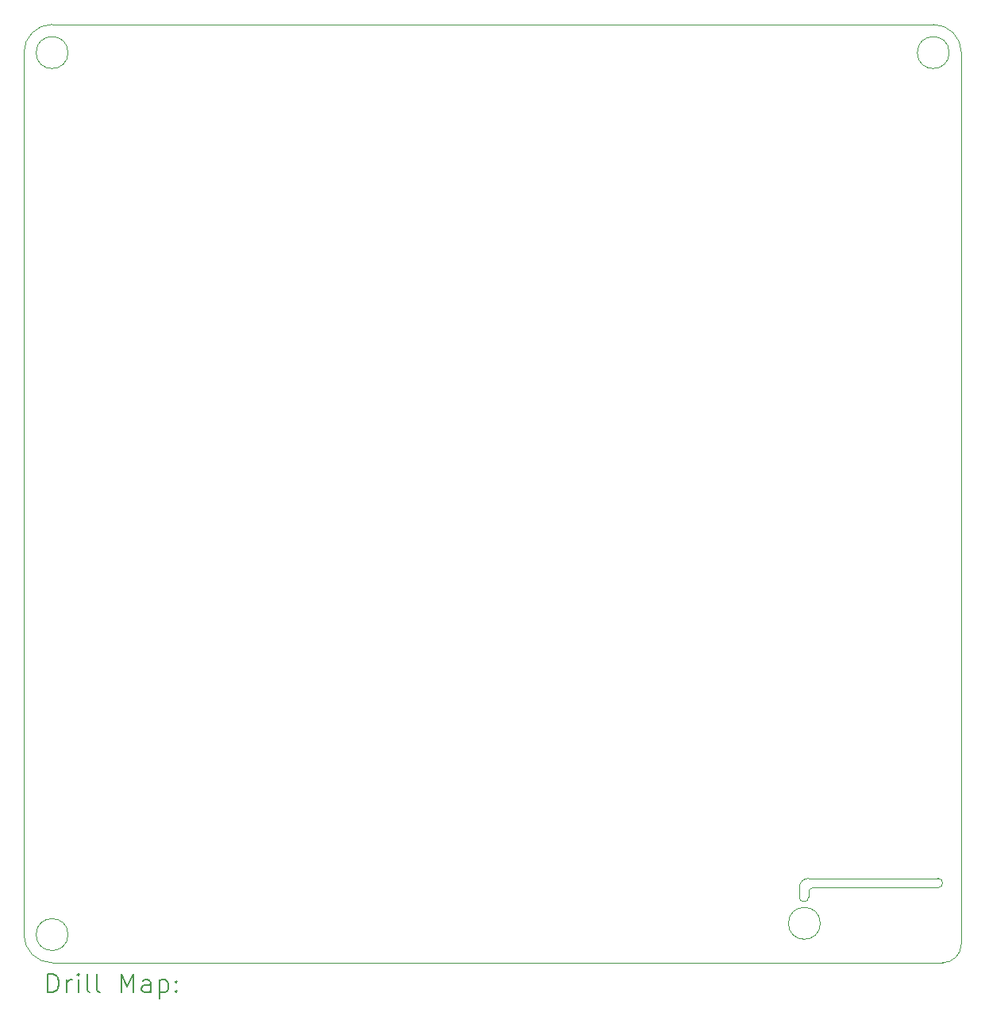
<source format=gbr>
%TF.GenerationSoftware,KiCad,Pcbnew,7.0.10-7.0.10~ubuntu22.04.1*%
%TF.CreationDate,2024-01-25T12:42:18+01:00*%
%TF.ProjectId,heater,68656174-6572-42e6-9b69-6361645f7063,rev?*%
%TF.SameCoordinates,Original*%
%TF.FileFunction,Drillmap*%
%TF.FilePolarity,Positive*%
%FSLAX45Y45*%
G04 Gerber Fmt 4.5, Leading zero omitted, Abs format (unit mm)*
G04 Created by KiCad (PCBNEW 7.0.10-7.0.10~ubuntu22.04.1) date 2024-01-25 12:42:18*
%MOMM*%
%LPD*%
G01*
G04 APERTURE LIST*
%ADD10C,0.100000*%
%ADD11C,0.200000*%
G04 APERTURE END LIST*
D10*
X17800000Y-5300000D02*
X17800000Y-14800000D01*
X17550000Y-14200000D02*
G75*
G03*
X17550000Y-14100000I0J50000D01*
G01*
X8100000Y-5000000D02*
X17500000Y-5000000D01*
X7800000Y-14700000D02*
X7800000Y-5300000D01*
X7800000Y-14700000D02*
G75*
G03*
X8100000Y-15000000I300000J0D01*
G01*
X17550000Y-14200000D02*
X16220711Y-14200000D01*
X16220711Y-14200001D02*
G75*
G03*
X16170711Y-14250000I-1J-49999D01*
G01*
X8270000Y-5300000D02*
G75*
G03*
X7930000Y-5300000I-170000J0D01*
G01*
X7930000Y-5300000D02*
G75*
G03*
X8270000Y-5300000I170000J0D01*
G01*
X16170711Y-14300000D02*
X16170711Y-14250000D01*
X17670000Y-5300000D02*
G75*
G03*
X17330000Y-5300000I-170000J0D01*
G01*
X17330000Y-5300000D02*
G75*
G03*
X17670000Y-5300000I170000J0D01*
G01*
X16170711Y-14100001D02*
G75*
G03*
X16070711Y-14200000I-1J-99999D01*
G01*
X16170711Y-14100000D02*
X17550000Y-14100000D01*
X17800000Y-5300000D02*
G75*
G03*
X17500000Y-5000000I-300000J0D01*
G01*
X16070711Y-14300000D02*
X16070711Y-14250000D01*
X17600000Y-15000000D02*
X8100000Y-15000000D01*
X17600000Y-15000000D02*
G75*
G03*
X17800000Y-14800000I0J200000D01*
G01*
X8270000Y-14700000D02*
G75*
G03*
X7930000Y-14700000I-170000J0D01*
G01*
X7930000Y-14700000D02*
G75*
G03*
X8270000Y-14700000I170000J0D01*
G01*
X16295000Y-14580000D02*
G75*
G03*
X15955000Y-14580000I-170000J0D01*
G01*
X15955000Y-14580000D02*
G75*
G03*
X16295000Y-14580000I170000J0D01*
G01*
X16070711Y-14300000D02*
G75*
G03*
X16170711Y-14300000I50000J0D01*
G01*
X8100000Y-5000000D02*
G75*
G03*
X7800000Y-5300000I0J-300000D01*
G01*
X16070711Y-14200000D02*
X16070711Y-14250000D01*
D11*
X8055777Y-15316484D02*
X8055777Y-15116484D01*
X8055777Y-15116484D02*
X8103396Y-15116484D01*
X8103396Y-15116484D02*
X8131967Y-15126008D01*
X8131967Y-15126008D02*
X8151015Y-15145055D01*
X8151015Y-15145055D02*
X8160539Y-15164103D01*
X8160539Y-15164103D02*
X8170062Y-15202198D01*
X8170062Y-15202198D02*
X8170062Y-15230769D01*
X8170062Y-15230769D02*
X8160539Y-15268865D01*
X8160539Y-15268865D02*
X8151015Y-15287912D01*
X8151015Y-15287912D02*
X8131967Y-15306960D01*
X8131967Y-15306960D02*
X8103396Y-15316484D01*
X8103396Y-15316484D02*
X8055777Y-15316484D01*
X8255777Y-15316484D02*
X8255777Y-15183150D01*
X8255777Y-15221246D02*
X8265301Y-15202198D01*
X8265301Y-15202198D02*
X8274824Y-15192674D01*
X8274824Y-15192674D02*
X8293872Y-15183150D01*
X8293872Y-15183150D02*
X8312920Y-15183150D01*
X8379586Y-15316484D02*
X8379586Y-15183150D01*
X8379586Y-15116484D02*
X8370062Y-15126008D01*
X8370062Y-15126008D02*
X8379586Y-15135531D01*
X8379586Y-15135531D02*
X8389110Y-15126008D01*
X8389110Y-15126008D02*
X8379586Y-15116484D01*
X8379586Y-15116484D02*
X8379586Y-15135531D01*
X8503396Y-15316484D02*
X8484348Y-15306960D01*
X8484348Y-15306960D02*
X8474824Y-15287912D01*
X8474824Y-15287912D02*
X8474824Y-15116484D01*
X8608158Y-15316484D02*
X8589110Y-15306960D01*
X8589110Y-15306960D02*
X8579586Y-15287912D01*
X8579586Y-15287912D02*
X8579586Y-15116484D01*
X8836729Y-15316484D02*
X8836729Y-15116484D01*
X8836729Y-15116484D02*
X8903396Y-15259341D01*
X8903396Y-15259341D02*
X8970063Y-15116484D01*
X8970063Y-15116484D02*
X8970063Y-15316484D01*
X9151015Y-15316484D02*
X9151015Y-15211722D01*
X9151015Y-15211722D02*
X9141491Y-15192674D01*
X9141491Y-15192674D02*
X9122444Y-15183150D01*
X9122444Y-15183150D02*
X9084348Y-15183150D01*
X9084348Y-15183150D02*
X9065301Y-15192674D01*
X9151015Y-15306960D02*
X9131967Y-15316484D01*
X9131967Y-15316484D02*
X9084348Y-15316484D01*
X9084348Y-15316484D02*
X9065301Y-15306960D01*
X9065301Y-15306960D02*
X9055777Y-15287912D01*
X9055777Y-15287912D02*
X9055777Y-15268865D01*
X9055777Y-15268865D02*
X9065301Y-15249817D01*
X9065301Y-15249817D02*
X9084348Y-15240293D01*
X9084348Y-15240293D02*
X9131967Y-15240293D01*
X9131967Y-15240293D02*
X9151015Y-15230769D01*
X9246253Y-15183150D02*
X9246253Y-15383150D01*
X9246253Y-15192674D02*
X9265301Y-15183150D01*
X9265301Y-15183150D02*
X9303396Y-15183150D01*
X9303396Y-15183150D02*
X9322444Y-15192674D01*
X9322444Y-15192674D02*
X9331967Y-15202198D01*
X9331967Y-15202198D02*
X9341491Y-15221246D01*
X9341491Y-15221246D02*
X9341491Y-15278388D01*
X9341491Y-15278388D02*
X9331967Y-15297436D01*
X9331967Y-15297436D02*
X9322444Y-15306960D01*
X9322444Y-15306960D02*
X9303396Y-15316484D01*
X9303396Y-15316484D02*
X9265301Y-15316484D01*
X9265301Y-15316484D02*
X9246253Y-15306960D01*
X9427205Y-15297436D02*
X9436729Y-15306960D01*
X9436729Y-15306960D02*
X9427205Y-15316484D01*
X9427205Y-15316484D02*
X9417682Y-15306960D01*
X9417682Y-15306960D02*
X9427205Y-15297436D01*
X9427205Y-15297436D02*
X9427205Y-15316484D01*
X9427205Y-15192674D02*
X9436729Y-15202198D01*
X9436729Y-15202198D02*
X9427205Y-15211722D01*
X9427205Y-15211722D02*
X9417682Y-15202198D01*
X9417682Y-15202198D02*
X9427205Y-15192674D01*
X9427205Y-15192674D02*
X9427205Y-15211722D01*
M02*

</source>
